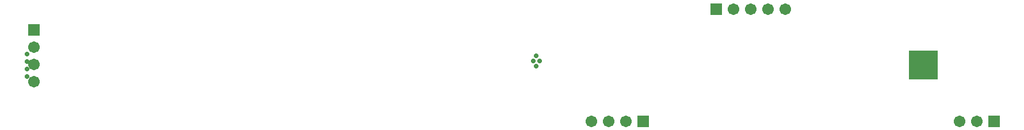
<source format=gbs>
%FSTAX25Y25*%
%MOMM*%
%SFA1B1*%

%IPPOS*%
%ADD45R,4.303268X4.303268*%
%ADD64R,1.703324X1.703324*%
%ADD65C,1.703324*%
%ADD66R,1.703324X1.703324*%
%ADD67C,0.703072*%
%LNpcb1-1*%
%LPD*%
G54D45*
X14675002Y6972503D03*
G54D64*
X10554004Y615D03*
X11634012Y7800009D03*
X15718993Y615D03*
G54D65*
X10300004Y615D03*
X10046004D03*
X9792004D03*
X11888012Y7800009D03*
X12141987D03*
X12395987D03*
X12650012D03*
X15210993Y615D03*
X15464993D03*
X1591249Y723999D03*
Y698599D03*
Y673199D03*
G54D66*
X1591249Y749399D03*
G54D67*
X14510004Y6807504D03*
Y6917486D03*
Y7027494D03*
Y7137501D03*
X14620011Y6807504D03*
Y6917486D03*
Y7027494D03*
Y7137501D03*
X14729993Y6807504D03*
Y6917486D03*
Y7027494D03*
Y7137501D03*
X1484Y6807504D03*
Y6917486D03*
Y7027494D03*
Y7137501D03*
X8984996Y6955002D03*
X9035008Y7035012D03*
X8984996Y7114997D03*
X8935008Y7035012D03*
M02*
</source>
